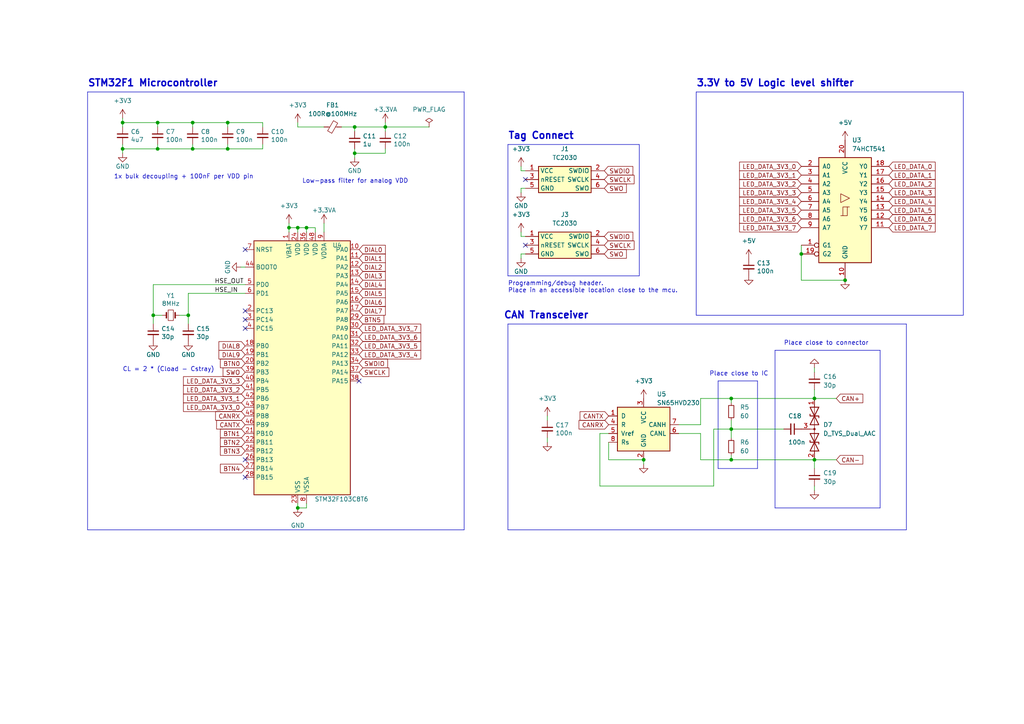
<source format=kicad_sch>
(kicad_sch (version 20230121) (generator eeschema)
  (paper "A4")
  (title_block (title "STM32F103 MICROCONTROLLER"))
  (lib_symbols
    (symbol "74xx:74HCT541" (pin_names (offset 1.016))
      (property "Reference" "U" (at -7.62 16.51 0))
      (property "Value" "74HCT541" (at -7.62 -16.51 0))
      (symbol "74HCT541_1_0"
        (polyline (pts (xy -0.635 -1.6002) (xy -0.635 0.9398) (xy 0.635 0.9398)))
        (polyline (pts (xy -1.27 -1.6002) (xy 0.635 -1.6002) (xy 0.635 0.9398) (xy 1.27 0.9398)))
        (polyline (pts (xy 1.27 3.4798) (xy -1.27 4.7498) (xy -1.27 2.2098) (xy 1.27 3.4798)) (stroke (width 0.1524)))
        (pin input inverted (at -12.7 -10.16 0) (length 5.08) (name "G1") (number "1"))
        (pin power_in line (at 0 -20.32 90) (length 5.08) (name "GND") (number "10"))
        (pin tri_state line (at 12.7 -5.08 180) (length 5.08) (name "Y7") (number "11"))
        (pin tri_state line (at 12.7 -2.54 180) (length 5.08) (name "Y6") (number "12"))
        (pin tri_state line (at 12.7 0 180) (length 5.08) (name "Y5") (number "13"))
        (pin tri_state line (at 12.7 2.54 180) (length 5.08) (name "Y4") (number "14"))
        (pin tri_state line (at 12.7 5.08 180) (length 5.08) (name "Y3") (number "15"))
        (pin tri_state line (at 12.7 7.62 180) (length 5.08) (name "Y2") (number "16"))
        (pin tri_state line (at 12.7 10.16 180) (length 5.08) (name "Y1") (number "17"))
        (pin tri_state line (at 12.7 12.7 180) (length 5.08) (name "Y0") (number "18"))
        (pin input inverted (at -12.7 -12.7 0) (length 5.08) (name "G2") (number "19"))
        (pin input line (at -12.7 12.7 0) (length 5.08) (name "A0") (number "2"))
        (pin power_in line (at 0 20.32 270) (length 5.08) (name "VCC") (number "20"))
        (pin input line (at -12.7 10.16 0) (length 5.08) (name "A1") (number "3"))
        (pin input line (at -12.7 7.62 0) (length 5.08) (name "A2") (number "4"))
        (pin input line (at -12.7 5.08 0) (length 5.08) (name "A3") (number "5"))
        (pin input line (at -12.7 2.54 0) (length 5.08) (name "A4") (number "6"))
        (pin input line (at -12.7 0 0) (length 5.08) (name "A5") (number "7"))
        (pin input line (at -12.7 -2.54 0) (length 5.08) (name "A6") (number "8"))
        (pin input line (at -12.7 -5.08 0) (length 5.08) (name "A7") (number "9"))
      )
      (symbol "74HCT541_1_1"
        (rectangle (start -7.62 15.24) (end 7.62 -15.24) (stroke (width 0.254)) (fill (type background)))
      )
    )
    (symbol "Device:C_Small" (pin_numbers hide) (pin_names (offset 0.254) hide)
      (property "Reference" "C" (at 0.254 1.778 0))
      (property "Value" "C_Small" (at 0.254 -2.032 0))
      (symbol "C_Small_0_1"
        (polyline (pts (xy -1.524 -0.508) (xy 1.524 -0.508)) (stroke (width 0.3302)))
        (polyline (pts (xy -1.524 0.508) (xy 1.524 0.508)) (stroke (width 0.3048)))
      )
      (symbol "C_Small_1_1"
        (pin passive line (at 0 2.54 270) (length 2.032) (name "~") (number "1"))
        (pin passive line (at 0 -2.54 90) (length 2.032) (name "~") (number "2"))
      )
    )
    (symbol "Device:Crystal_Small" (pin_numbers hide) (pin_names (offset 1.016) hide)
      (property "Reference" "Y" (at 0 2.54 0))
      (property "Value" "Crystal_Small" (at 0 -2.54 0))
      (symbol "Crystal_Small_0_1"
        (rectangle (start -0.762 -1.524) (end 0.762 1.524))
        (polyline (pts (xy -1.27 -0.762) (xy -1.27 0.762)) (stroke (width 0.381)))
        (polyline (pts (xy 1.27 -0.762) (xy 1.27 0.762)) (stroke (width 0.381)))
      )
      (symbol "Crystal_Small_1_1"
        (pin passive line (at -2.54 0 0) (length 1.27) (name "1") (number "1"))
        (pin passive line (at 2.54 0 180) (length 1.27) (name "2") (number "2"))
      )
    )
    (symbol "Device:D_TVS_Dual_AAC" (pin_names (offset 1.016) hide)
      (property "Reference" "D" (at 0 4.445 0))
      (property "Value" "D_TVS_Dual_AAC" (at 0 2.54 0))
      (symbol "D_TVS_Dual_AAC_0_0"
        (polyline (pts (xy 0 -1.27) (xy 0 0)))
      )
      (symbol "D_TVS_Dual_AAC_0_1"
        (polyline (pts (xy -6.35 0) (xy 6.35 0)))
        (polyline (pts (xy -3.302 1.27) (xy -3.81 1.27) (xy -3.81 -1.27) (xy -4.318 -1.27)) (stroke (width 0.254)))
        (polyline (pts (xy 4.318 1.27) (xy 3.81 1.27) (xy 3.81 -1.27) (xy 3.302 -1.27)) (stroke (width 0.254)))
        (polyline (pts (xy -6.35 1.27) (xy -1.27 -1.27) (xy -1.27 1.27) (xy -6.35 -1.27) (xy -6.35 1.27)) (stroke (width 0.254)))
        (polyline (pts (xy 6.35 1.27) (xy 1.27 -1.27) (xy 1.27 1.27) (xy 6.35 -1.27) (xy 6.35 1.27)) (stroke (width 0.254)))
        (circle (center 0 0) (radius 0.254) (fill (type outline)))
      )
      (symbol "D_TVS_Dual_AAC_1_1"
        (pin passive line (at -8.89 0 0) (length 2.54) (name "A1") (number "1"))
        (pin passive line (at 8.89 0 180) (length 2.54) (name "A2") (number "2"))
        (pin input line (at 0 -3.81 90) (length 2.54) (name "common") (number "3"))
      )
    )
    (symbol "Device:FerriteBead_Small" (pin_numbers hide) (pin_names (offset 0))
      (property "Reference" "FB" (at 1.905 1.27 0))
      (property "Value" "FerriteBead_Small" (at 1.905 -1.27 0))
      (symbol "FerriteBead_Small_0_1"
        (polyline (pts (xy 0 -1.27) (xy 0 -0.7874)))
        (polyline (pts (xy 0 0.889) (xy 0 1.2954)))
        (polyline (pts (xy -1.8288 0.2794) (xy -1.1176 1.4986) (xy 1.8288 -0.2032) (xy 1.1176 -1.4224) (xy -1.8288 0.2794)))
      )
      (symbol "FerriteBead_Small_1_1"
        (pin passive line (at 0 2.54 270) (length 1.27) (name "~") (number "1"))
        (pin passive line (at 0 -2.54 90) (length 1.27) (name "~") (number "2"))
      )
    )
    (symbol "Device:R_Small" (pin_numbers hide) (pin_names (offset 0.254) hide)
      (property "Reference" "R" (at 0.762 0.508 0))
      (property "Value" "R_Small" (at 0.762 -1.016 0))
      (symbol "R_Small_0_1"
        (rectangle (start -0.762 1.778) (end 0.762 -1.778) (stroke (width 0.2032)))
      )
      (symbol "R_Small_1_1"
        (pin passive line (at 0 2.54 270) (length 0.762) (name "~") (number "1"))
        (pin passive line (at 0 -2.54 90) (length 0.762) (name "~") (number "2"))
      )
    )
    (symbol "Interface_CAN_LIN:SN65HVD230" (pin_names (offset 1.016))
      (property "Reference" "U" (at -2.54 10.16 0))
      (property "Value" "SN65HVD230" (at -2.54 7.62 0))
      (symbol "SN65HVD230_0_1"
        (rectangle (start -7.62 5.08) (end 7.62 -7.62) (stroke (width 0.254)) (fill (type background)))
      )
      (symbol "SN65HVD230_1_1"
        (pin input line (at -10.16 2.54 0) (length 2.54) (name "D") (number "1"))
        (pin power_in line (at 0 -10.16 90) (length 2.54) (name "GND") (number "2"))
        (pin power_in line (at 0 7.62 270) (length 2.54) (name "VCC") (number "3"))
        (pin output line (at -10.16 0 0) (length 2.54) (name "R") (number "4"))
        (pin output line (at -10.16 -2.54 0) (length 2.54) (name "Vref") (number "5"))
        (pin bidirectional line (at 10.16 -2.54 180) (length 2.54) (name "CANL") (number "6"))
        (pin bidirectional line (at 10.16 0 180) (length 2.54) (name "CANH") (number "7"))
        (pin input line (at -10.16 -5.08 0) (length 2.54) (name "Rs") (number "8"))
      )
    )
    (symbol "MCU_ST_STM32F1:STM32F103C8Tx"
      (property "Reference" "U" (at -12.7 39.37 0))
      (property "Value" "STM32F103C8Tx" (at 10.16 39.37 0))
      (symbol "STM32F103C8Tx_0_1"
        (rectangle (start -12.7 -35.56) (end 15.24 38.1) (stroke (width 0.254)) (fill (type background)))
      )
      (symbol "STM32F103C8Tx_1_1"
        (pin power_in line (at -2.54 40.64 270) (length 2.54) (name "VBAT") (number "1"))
        (pin bidirectional line (at 17.78 35.56 180) (length 2.54) (name "PA0") (number "10"))
        (pin bidirectional line (at 17.78 33.02 180) (length 2.54) (name "PA1") (number "11"))
        (pin bidirectional line (at 17.78 30.48 180) (length 2.54) (name "PA2") (number "12"))
        (pin bidirectional line (at 17.78 27.94 180) (length 2.54) (name "PA3") (number "13"))
        (pin bidirectional line (at 17.78 25.4 180) (length 2.54) (name "PA4") (number "14"))
        (pin bidirectional line (at 17.78 22.86 180) (length 2.54) (name "PA5") (number "15"))
        (pin bidirectional line (at 17.78 20.32 180) (length 2.54) (name "PA6") (number "16"))
        (pin bidirectional line (at 17.78 17.78 180) (length 2.54) (name "PA7") (number "17"))
        (pin bidirectional line (at -15.24 7.62 0) (length 2.54) (name "PB0") (number "18"))
        (pin bidirectional line (at -15.24 5.08 0) (length 2.54) (name "PB1") (number "19"))
        (pin bidirectional line (at -15.24 17.78 0) (length 2.54) (name "PC13") (number "2"))
        (pin bidirectional line (at -15.24 2.54 0) (length 2.54) (name "PB2") (number "20"))
        (pin bidirectional line (at -15.24 -17.78 0) (length 2.54) (name "PB10") (number "21"))
        (pin bidirectional line (at -15.24 -20.32 0) (length 2.54) (name "PB11") (number "22"))
        (pin power_in line (at 0 -38.1 90) (length 2.54) (name "VSS") (number "23"))
        (pin power_in line (at 0 40.64 270) (length 2.54) (name "VDD") (number "24"))
        (pin bidirectional line (at -15.24 -22.86 0) (length 2.54) (name "PB12") (number "25"))
        (pin bidirectional line (at -15.24 -25.4 0) (length 2.54) (name "PB13") (number "26"))
        (pin bidirectional line (at -15.24 -27.94 0) (length 2.54) (name "PB14") (number "27"))
        (pin bidirectional line (at -15.24 -30.48 0) (length 2.54) (name "PB15") (number "28"))
        (pin bidirectional line (at 17.78 15.24 180) (length 2.54) (name "PA8") (number "29"))
        (pin bidirectional line (at -15.24 15.24 0) (length 2.54) (name "PC14") (number "3"))
        (pin bidirectional line (at 17.78 12.7 180) (length 2.54) (name "PA9") (number "30"))
        (pin bidirectional line (at 17.78 10.16 180) (length 2.54) (name "PA10") (number "31"))
        (pin bidirectional line (at 17.78 7.62 180) (length 2.54) (name "PA11") (number "32"))
        (pin bidirectional line (at 17.78 5.08 180) (length 2.54) (name "PA12") (number "33"))
        (pin bidirectional line (at 17.78 2.54 180) (length 2.54) (name "PA13") (number "34"))
        (pin passive line (at 0 -38.1 90) (length 2.54) hide (name "VSS") (number "35"))
        (pin power_in line (at 2.54 40.64 270) (length 2.54) (name "VDD") (number "36"))
        (pin bidirectional line (at 17.78 0 180) (length 2.54) (name "PA14") (number "37"))
        (pin bidirectional line (at 17.78 -2.54 180) (length 2.54) (name "PA15") (number "38"))
        (pin bidirectional line (at -15.24 0 0) (length 2.54) (name "PB3") (number "39"))
        (pin bidirectional line (at -15.24 12.7 0) (length 2.54) (name "PC15") (number "4"))
        (pin bidirectional line (at -15.24 -2.54 0) (length 2.54) (name "PB4") (number "40"))
        (pin bidirectional line (at -15.24 -5.08 0) (length 2.54) (name "PB5") (number "41"))
        (pin bidirectional line (at -15.24 -7.62 0) (length 2.54) (name "PB6") (number "42"))
        (pin bidirectional line (at -15.24 -10.16 0) (length 2.54) (name "PB7") (number "43"))
        (pin input line (at -15.24 30.48 0) (length 2.54) (name "BOOT0") (number "44"))
        (pin bidirectional line (at -15.24 -12.7 0) (length 2.54) (name "PB8") (number "45"))
        (pin bidirectional line (at -15.24 -15.24 0) (length 2.54) (name "PB9") (number "46"))
        (pin passive line (at 0 -38.1 90) (length 2.54) hide (name "VSS") (number "47"))
        (pin power_in line (at 5.08 40.64 270) (length 2.54) (name "VDD") (number "48"))
        (pin bidirectional line (at -15.24 25.4 0) (length 2.54) (name "PD0") (number "5"))
        (pin bidirectional line (at -15.24 22.86 0) (length 2.54) (name "PD1") (number "6"))
        (pin input line (at -15.24 35.56 0) (length 2.54) (name "NRST") (number "7"))
        (pin power_in line (at 2.54 -38.1 90) (length 2.54) (name "VSSA") (number "8"))
        (pin power_in line (at 7.62 40.64 270) (length 2.54) (name "VDDA") (number "9"))
      )
    )
    (symbol "TC2030:TC2030" (in_bom no)
      (property "Reference" "J" (at 0 5.08 0))
      (property "Value" "TC2030" (at 0 -5.08 0))
      (symbol "TC2030_1_1"
        (rectangle (start -7.62 3.81) (end 7.62 -3.81) (stroke (width 0.254)) (fill (type background)))
        (pin passive line (at -11.43 2.54 0) (length 3.81) (name "VCC") (number "1"))
        (pin passive line (at 11.43 2.54 180) (length 3.81) (name "SWDIO") (number "2"))
        (pin passive line (at -11.43 0 0) (length 3.81) (name "nRESET") (number "3"))
        (pin passive line (at 11.43 0 180) (length 3.81) (name "SWCLK") (number "4"))
        (pin passive line (at -11.43 -2.54 0) (length 3.81) (name "GND") (number "5"))
        (pin passive line (at 11.43 -2.54 180) (length 3.81) (name "SWO") (number "6"))
      )
    )
    (symbol "power:+3.3VA" (power) (pin_names (offset 0))
      (property "Value" "+3.3VA" (at 0 3.556 0))
      (symbol "+3.3VA_0_1"
        (polyline (pts (xy -0.762 1.27) (xy 0 2.54)))
        (polyline (pts (xy 0 0) (xy 0 2.54)))
        (polyline (pts (xy 0 2.54) (xy 0.762 1.27)))
      )
      (symbol "+3.3VA_1_1"
        (pin power_in line (at 0 0 90) (length 0) hide (name "+3.3VA") (number "1"))
      )
    )
    (symbol "power:+3V3" (power) (pin_names (offset 0))
      (property "Value" "+3V3" (at 0 3.556 0))
      (symbol "+3V3_0_1"
        (polyline (pts (xy -0.762 1.27) (xy 0 2.54)))
        (polyline (pts (xy 0 0) (xy 0 2.54)))
        (polyline (pts (xy 0 2.54) (xy 0.762 1.27)))
      )
      (symbol "+3V3_1_1"
        (pin power_in line (at 0 0 90) (length 0) hide (name "+3V3") (number "1"))
      )
    )
    (symbol "power:+5V" (power) (pin_names (offset 0))
      (property "Value" "+5V" (at 0 3.556 0))
      (symbol "+5V_0_1"
        (polyline (pts (xy -0.762 1.27) (xy 0 2.54)))
        (polyline (pts (xy 0 0) (xy 0 2.54)))
        (polyline (pts (xy 0 2.54) (xy 0.762 1.27)))
      )
      (symbol "+5V_1_1"
        (pin power_in line (at 0 0 90) (length 0) hide (name "+5V") (number "1"))
      )
    )
    (symbol "power:GND" (power) (pin_names (offset 0))
      (property "Value" "GND" (at 0 -3.81 0))
      (symbol "GND_0_1"
        (polyline (pts (xy 0 0) (xy 0 -1.27) (xy 1.27 -1.27) (xy 0 -2.54) (xy -1.27 -1.27) (xy 0 -1.27)))
      )
      (symbol "GND_1_1"
        (pin power_in line (at 0 0 270) (length 0) hide (name "GND") (number "1"))
      )
    )
    (symbol "power:PWR_FLAG" (power) (pin_numbers hide) (pin_names (offset 0) hide)
      (property "Value" "PWR_FLAG" (at 0 3.81 0))
      (symbol "PWR_FLAG_0_0"
        (pin power_out line (at 0 0 90) (length 0) (name "pwr") (number "1"))
      )
      (symbol "PWR_FLAG_0_1"
        (polyline (pts (xy 0 0) (xy 0 1.27) (xy -1.016 1.905) (xy 0 2.54) (xy 1.016 1.905) (xy 0 1.27)))
      )
    )
  )
  (junction (at 212.09 115.57))
  (junction (at 102.87 36.83))
  (junction (at 83.82 66.04))
  (junction (at 212.09 133.35))
  (junction (at 236.22 133.35))
  (junction (at 35.56 35.56))
  (junction (at 88.9 66.04))
  (junction (at 45.72 43.18))
  (junction (at 236.22 115.57))
  (junction (at 102.87 44.45))
  (junction (at 212.09 124.46))
  (junction (at 55.88 43.18))
  (junction (at 86.36 147.32))
  (junction (at 35.56 43.18))
  (junction (at 111.76 36.83))
  (junction (at 55.88 35.56))
  (junction (at 54.61 91.44))
  (junction (at 232.41 73.66))
  (junction (at 186.69 133.35))
  (junction (at 66.04 35.56))
  (junction (at 44.45 91.44))
  (junction (at 245.11 81.28))
  (junction (at 66.04 43.18))
  (junction (at 45.72 35.56))
  (junction (at 86.36 66.04))
  (no_connect (at 152.4 71.12))
  (no_connect (at 71.12 92.71))
  (no_connect (at 71.12 90.17))
  (no_connect (at 152.4 52.07))
  (no_connect (at 71.12 138.43))
  (no_connect (at 71.12 72.39))
  (no_connect (at 104.14 110.49))
  (no_connect (at 71.12 133.35))
  (no_connect (at 71.12 95.25))
  (polyline (pts (xy 147.32 93.98) (xy 147.32 153.67)))
  (wire (pts (xy 212.09 115.57) (xy 212.09 116.84)))
  (wire (pts (xy 86.36 36.83) (xy 93.98 36.83)))
  (wire (pts (xy 176.53 125.73) (xy 173.99 125.73)))
  (wire (pts (xy 76.2 41.91) (xy 76.2 43.18)))
  (wire (pts (xy 173.99 140.97) (xy 207.01 140.97)))
  (wire (pts (xy 35.56 41.91) (xy 35.56 43.18)))
  (wire (pts (xy 71.12 77.47) (xy 69.85 77.47)))
  (wire (pts (xy 242.57 115.57) (xy 236.22 115.57)))
  (polyline (pts (xy 147.32 41.91) (xy 185.42 41.91)))
  (wire (pts (xy 91.44 66.04) (xy 91.44 67.31)))
  (wire (pts (xy 55.88 43.18) (xy 66.04 43.18)))
  (polyline (pts (xy 262.89 153.67) (xy 262.89 93.98)))
  (wire (pts (xy 54.61 91.44) (xy 54.61 85.09)))
  (wire (pts (xy 111.76 44.45) (xy 111.76 43.18)))
  (wire (pts (xy 55.88 35.56) (xy 45.72 35.56)))
  (wire (pts (xy 236.22 140.97) (xy 236.22 142.24)))
  (polyline (pts (xy 279.4 91.44) (xy 279.4 26.67)))
  (wire (pts (xy 212.09 115.57) (xy 236.22 115.57)))
  (wire (pts (xy 44.45 82.55) (xy 44.45 91.44)))
  (wire (pts (xy 186.69 134.62) (xy 186.69 133.35)))
  (wire (pts (xy 45.72 35.56) (xy 45.72 36.83)))
  (wire (pts (xy 203.2 123.19) (xy 203.2 115.57)))
  (wire (pts (xy 158.75 120.65) (xy 158.75 121.92)))
  (wire (pts (xy 111.76 38.1) (xy 111.76 36.83)))
  (wire (pts (xy 86.36 35.56) (xy 86.36 36.83)))
  (wire (pts (xy 158.75 127) (xy 158.75 128.27)))
  (polyline (pts (xy 147.32 153.67) (xy 262.89 153.67)))
  (wire (pts (xy 76.2 36.83) (xy 76.2 35.56)))
  (wire (pts (xy 66.04 41.91) (xy 66.04 43.18)))
  (wire (pts (xy 102.87 38.1) (xy 102.87 36.83)))
  (wire (pts (xy 232.41 71.12) (xy 232.41 73.66)))
  (wire (pts (xy 88.9 67.31) (xy 88.9 66.04)))
  (wire (pts (xy 76.2 35.56) (xy 66.04 35.56)))
  (wire (pts (xy 242.57 133.35) (xy 236.22 133.35)))
  (wire (pts (xy 196.85 123.19) (xy 203.2 123.19)))
  (wire (pts (xy 151.13 68.58) (xy 151.13 67.31)))
  (wire (pts (xy 99.06 36.83) (xy 102.87 36.83)))
  (wire (pts (xy 45.72 43.18) (xy 45.72 41.91)))
  (wire (pts (xy 54.61 85.09) (xy 71.12 85.09)))
  (wire (pts (xy 71.12 82.55) (xy 44.45 82.55)))
  (wire (pts (xy 45.72 43.18) (xy 55.88 43.18)))
  (wire (pts (xy 66.04 36.83) (xy 66.04 35.56)))
  (polyline (pts (xy 255.27 101.6) (xy 255.27 147.32)))
  (wire (pts (xy 111.76 35.56) (xy 111.76 36.83)))
  (wire (pts (xy 203.2 115.57) (xy 212.09 115.57)))
  (wire (pts (xy 86.36 147.32) (xy 88.9 147.32)))
  (wire (pts (xy 203.2 125.73) (xy 203.2 133.35)))
  (wire (pts (xy 212.09 121.92) (xy 212.09 124.46)))
  (wire (pts (xy 152.4 68.58) (xy 151.13 68.58)))
  (wire (pts (xy 88.9 66.04) (xy 91.44 66.04)))
  (wire (pts (xy 66.04 43.18) (xy 76.2 43.18)))
  (polyline (pts (xy 201.93 26.67) (xy 279.4 26.67)))
  (wire (pts (xy 55.88 41.91) (xy 55.88 43.18)))
  (wire (pts (xy 86.36 66.04) (xy 88.9 66.04)))
  (wire (pts (xy 151.13 49.53) (xy 151.13 48.26)))
  (wire (pts (xy 236.22 115.57) (xy 236.22 113.03)))
  (polyline (pts (xy 219.71 110.49) (xy 219.71 135.89)))
  (wire (pts (xy 102.87 44.45) (xy 111.76 44.45)))
  (wire (pts (xy 236.22 133.35) (xy 236.22 135.89)))
  (wire (pts (xy 52.07 91.44) (xy 54.61 91.44)))
  (polyline (pts (xy 25.4 153.67) (xy 134.62 153.67)))
  (polyline (pts (xy 201.93 26.67) (xy 201.93 91.44)))
  (wire (pts (xy 88.9 147.32) (xy 88.9 146.05)))
  (polyline (pts (xy 147.32 93.98) (xy 262.89 93.98)))
  (polyline (pts (xy 25.4 26.67) (xy 25.4 153.67)))
  (wire (pts (xy 236.22 107.95) (xy 236.22 106.68)))
  (wire (pts (xy 212.09 133.35) (xy 236.22 133.35)))
  (wire (pts (xy 35.56 43.18) (xy 45.72 43.18)))
  (wire (pts (xy 207.01 124.46) (xy 212.09 124.46)))
  (polyline (pts (xy 208.28 110.49) (xy 219.71 110.49)))
  (wire (pts (xy 44.45 93.98) (xy 44.45 91.44)))
  (polyline (pts (xy 134.62 153.67) (xy 134.62 26.67)))
  (wire (pts (xy 83.82 66.04) (xy 83.82 67.31)))
  (wire (pts (xy 151.13 73.66) (xy 152.4 73.66)))
  (polyline (pts (xy 224.79 101.6) (xy 224.79 147.32)))
  (wire (pts (xy 173.99 125.73) (xy 173.99 140.97)))
  (wire (pts (xy 86.36 67.31) (xy 86.36 66.04)))
  (polyline (pts (xy 147.32 80.01) (xy 185.42 80.01)))
  (wire (pts (xy 35.56 34.29) (xy 35.56 35.56)))
  (wire (pts (xy 196.85 125.73) (xy 203.2 125.73)))
  (wire (pts (xy 151.13 55.88) (xy 151.13 54.61)))
  (wire (pts (xy 35.56 43.18) (xy 35.56 44.45)))
  (wire (pts (xy 111.76 36.83) (xy 102.87 36.83)))
  (wire (pts (xy 151.13 74.93) (xy 151.13 73.66)))
  (wire (pts (xy 152.4 49.53) (xy 151.13 49.53)))
  (polyline (pts (xy 219.71 135.89) (xy 208.28 135.89)))
  (polyline (pts (xy 185.42 41.91) (xy 185.42 80.01)))
  (wire (pts (xy 212.09 132.08) (xy 212.09 133.35)))
  (wire (pts (xy 66.04 35.56) (xy 55.88 35.56)))
  (wire (pts (xy 83.82 64.77) (xy 83.82 66.04)))
  (wire (pts (xy 86.36 146.05) (xy 86.36 147.32)))
  (polyline (pts (xy 134.62 26.67) (xy 25.4 26.67)))
  (wire (pts (xy 151.13 54.61) (xy 152.4 54.61)))
  (wire (pts (xy 176.53 128.27) (xy 176.53 133.35)))
  (wire (pts (xy 203.2 133.35) (xy 212.09 133.35)))
  (wire (pts (xy 102.87 43.18) (xy 102.87 44.45)))
  (wire (pts (xy 212.09 124.46) (xy 212.09 127)))
  (wire (pts (xy 111.76 36.83) (xy 124.46 36.83)))
  (wire (pts (xy 55.88 36.83) (xy 55.88 35.56)))
  (wire (pts (xy 207.01 124.46) (xy 207.01 140.97)))
  (polyline (pts (xy 224.79 101.6) (xy 255.27 101.6)))
  (wire (pts (xy 44.45 91.44) (xy 46.99 91.44)))
  (polyline (pts (xy 208.28 110.49) (xy 208.28 135.89)))
  (polyline (pts (xy 147.32 80.01) (xy 147.32 41.91)))
  (wire (pts (xy 83.82 66.04) (xy 86.36 66.04)))
  (wire (pts (xy 35.56 35.56) (xy 35.56 36.83)))
  (polyline (pts (xy 255.27 147.32) (xy 224.79 147.32)))
  (wire (pts (xy 54.61 93.98) (xy 54.61 91.44)))
  (wire (pts (xy 102.87 45.72) (xy 102.87 44.45)))
  (wire (pts (xy 93.98 64.77) (xy 93.98 67.31)))
  (wire (pts (xy 176.53 133.35) (xy 186.69 133.35)))
  (wire (pts (xy 45.72 35.56) (xy 35.56 35.56)))
  (wire (pts (xy 232.41 81.28) (xy 245.11 81.28)))
  (wire (pts (xy 232.41 73.66) (xy 232.41 81.28)))
  (wire (pts (xy 212.09 124.46) (xy 227.33 124.46)))
  (polyline (pts (xy 201.93 91.44) (xy 279.4 91.44)))
  (text "3.3V to 5V Logic level shifter" (at 201.93 25.4 0) (effects (font (size 2.0066 2.0066) (thickness 0.4013) bold) (justify left bottom)))
  (text "Tag Connect" (at 147.32 40.64 0) (effects (font (size 2.0066 2.0066) (thickness 0.4013) bold) (justify left bottom)))
  (text "Low-pass filter for analog VDD" (at 87.63 53.34 0) (effects (font (size 1.27 1.27)) (justify left bottom)))
  (text "Programming/debug header.\nPlace in an accessible location close to the mcu." (at 147.32 85.09 0) (effects (font (size 1.27 1.27)) (justify left bottom)))
  (text "CAN Transceiver" (at 146.05 92.71 0) (effects (font (size 2.0066 2.0066) (thickness 0.4013) bold) (justify left bottom)))
  (text "Place close to connector" (at 227.33 100.33 0) (effects (font (size 1.27 1.27)) (justify left bottom)))
  (text "1x bulk decoupling + 100nF per VDD pin" (at 33.02 52.07 0) (effects (font (size 1.27 1.27)) (justify left bottom)))
  (text "STM32F1 Microcontroller" (at 25.4 25.4 0) (effects (font (size 2.0066 2.0066) (thickness 0.4013) bold) (justify left bottom)))
  (text "Place close to IC" (at 205.74 109.22 0) (effects (font (size 1.27 1.27)) (justify left bottom)))
  (text "CL = 2 * (Cload - Cstray)" (at 35.56 107.95 0) (effects (font (size 1.27 1.27)) (justify left bottom)))
  (label "HSE_IN" (at 62.23 85.09 0))
  (label "HSE_OUT" (at 62.23 82.55 0))
  (global_label "CANTX" (shape input) (at 71.12 123.19 180) (property "Intersheetrefs" "${INTERSHEET_REFS}" (effects hide)))
  (global_label "LED_DATA_3V3_0" (shape input) (at 232.41 48.26 180) (property "Intersheetrefs" "${INTERSHEET_REFS}" (effects hide)))
  (global_label "DIAL2" (shape input) (at 104.14 77.47 0) (property "Intersheetrefs" "${INTERSHEET_REFS}" (effects hide)))
  (global_label "DIAL6" (shape input) (at 104.14 87.63 0) (property "Intersheetrefs" "${INTERSHEET_REFS}" (effects hide)))
  (global_label "LED_DATA_5" (shape input) (at 257.81 60.96 0) (property "Intersheetrefs" "${INTERSHEET_REFS}" (effects hide)))
  (global_label "CANTX" (shape input) (at 176.53 120.65 180) (property "Intersheetrefs" "${INTERSHEET_REFS}" (effects hide)))
  (global_label "DIAL0" (shape input) (at 104.14 72.39 0) (property "Intersheetrefs" "${INTERSHEET_REFS}" (effects hide)))
  (global_label "LED_DATA_3V3_7" (shape input) (at 104.14 95.25 0) (property "Intersheetrefs" "${INTERSHEET_REFS}" (effects hide)))
  (global_label "DIAL7" (shape input) (at 104.14 90.17 0) (property "Intersheetrefs" "${INTERSHEET_REFS}" (effects hide)))
  (global_label "BTN3" (shape input) (at 71.12 130.81 180) (property "Intersheetrefs" "${INTERSHEET_REFS}" (effects hide)))
  (global_label "LED_DATA_3V3_3" (shape input) (at 71.12 110.49 180) (property "Intersheetrefs" "${INTERSHEET_REFS}" (effects hide)))
  (global_label "DIAL4" (shape input) (at 104.14 82.55 0) (property "Intersheetrefs" "${INTERSHEET_REFS}" (effects hide)))
  (global_label "CANRX" (shape input) (at 176.53 123.19 180) (property "Intersheetrefs" "${INTERSHEET_REFS}" (effects hide)))
  (global_label "LED_DATA_3V3_1" (shape input) (at 232.41 50.8 180) (property "Intersheetrefs" "${INTERSHEET_REFS}" (effects hide)))
  (global_label "DIAL5" (shape input) (at 104.14 85.09 0) (property "Intersheetrefs" "${INTERSHEET_REFS}" (effects hide)))
  (global_label "LED_DATA_3V3_7" (shape input) (at 232.41 66.04 180) (property "Intersheetrefs" "${INTERSHEET_REFS}" (effects hide)))
  (global_label "CAN-" (shape input) (at 242.57 133.35 0) (property "Intersheetrefs" "${INTERSHEET_REFS}" (effects hide)))
  (global_label "SWCLK" (shape input) (at 175.26 52.07 0) (property "Intersheetrefs" "${INTERSHEET_REFS}" (effects hide)))
  (global_label "BTN1" (shape input) (at 71.12 125.73 180) (property "Intersheetrefs" "${INTERSHEET_REFS}" (effects hide)))
  (global_label "SWCLK" (shape input) (at 175.26 71.12 0) (property "Intersheetrefs" "${INTERSHEET_REFS}" (effects hide)))
  (global_label "DIAL8" (shape input) (at 71.12 100.33 180) (property "Intersheetrefs" "${INTERSHEET_REFS}" (effects hide)))
  (global_label "BTN2" (shape input) (at 71.12 128.27 180) (property "Intersheetrefs" "${INTERSHEET_REFS}" (effects hide)))
  (global_label "SWCLK" (shape input) (at 104.14 107.95 0) (property "Intersheetrefs" "${INTERSHEET_REFS}" (effects hide)))
  (global_label "LED_DATA_4" (shape input) (at 257.81 58.42 0) (property "Intersheetrefs" "${INTERSHEET_REFS}" (effects hide)))
  (global_label "SWDIO" (shape input) (at 104.14 105.41 0) (property "Intersheetrefs" "${INTERSHEET_REFS}" (effects hide)))
  (global_label "BTN0" (shape input) (at 71.12 105.41 180) (property "Intersheetrefs" "${INTERSHEET_REFS}" (effects hide)))
  (global_label "LED_DATA_7" (shape input) (at 257.81 66.04 0) (property "Intersheetrefs" "${INTERSHEET_REFS}" (effects hide)))
  (global_label "LED_DATA_3V3_3" (shape input) (at 232.41 55.88 180) (property "Intersheetrefs" "${INTERSHEET_REFS}" (effects hide)))
  (global_label "LED_DATA_3V3_0" (shape input) (at 71.12 118.11 180) (property "Intersheetrefs" "${INTERSHEET_REFS}" (effects hide)))
  (global_label "DIAL1" (shape input) (at 104.14 74.93 0) (property "Intersheetrefs" "${INTERSHEET_REFS}" (effects hide)))
  (global_label "LED_DATA_6" (shape input) (at 257.81 63.5 0) (property "Intersheetrefs" "${INTERSHEET_REFS}" (effects hide)))
  (global_label "LED_DATA_0" (shape input) (at 257.81 48.26 0) (property "Intersheetrefs" "${INTERSHEET_REFS}" (effects hide)))
  (global_label "SWDIO" (shape input) (at 175.26 49.53 0) (property "Intersheetrefs" "${INTERSHEET_REFS}" (effects hide)))
  (global_label "LED_DATA_3V3_2" (shape input) (at 232.41 53.34 180) (property "Intersheetrefs" "${INTERSHEET_REFS}" (effects hide)))
  (global_label "LED_DATA_3V3_5" (shape input) (at 104.14 100.33 0) (property "Intersheetrefs" "${INTERSHEET_REFS}" (effects hide)))
  (global_label "DIAL3" (shape input) (at 104.14 80.01 0) (property "Intersheetrefs" "${INTERSHEET_REFS}" (effects hide)))
  (global_label "LED_DATA_3V3_5" (shape input) (at 232.41 60.96 180) (property "Intersheetrefs" "${INTERSHEET_REFS}" (effects hide)))
  (global_label "SWO" (shape input) (at 71.12 107.95 180) (property "Intersheetrefs" "${INTERSHEET_REFS}" (effects hide)))
  (global_label "LED_DATA_3V3_4" (shape input) (at 232.41 58.42 180) (property "Intersheetrefs" "${INTERSHEET_REFS}" (effects hide)))
  (global_label "LED_DATA_3V3_6" (shape input) (at 104.14 97.79 0) (property "Intersheetrefs" "${INTERSHEET_REFS}" (effects hide)))
  (global_label "SWO" (shape input) (at 175.26 54.61 0) (property "Intersheetrefs" "${INTERSHEET_REFS}" (effects hide)))
  (global_label "CANRX" (shape input) (at 71.12 120.65 180) (property "Intersheetrefs" "${INTERSHEET_REFS}" (effects hide)))
  (global_label "LED_DATA_3V3_1" (shape input) (at 71.12 115.57 180) (property "Intersheetrefs" "${INTERSHEET_REFS}" (effects hide)))
  (global_label "LED_DATA_3V3_4" (shape input) (at 104.14 102.87 0) (property "Intersheetrefs" "${INTERSHEET_REFS}" (effects hide)))
  (global_label "BTN5" (shape input) (at 104.14 92.71 0) (property "Intersheetrefs" "${INTERSHEET_REFS}" (effects hide)))
  (global_label "SWDIO" (shape input) (at 175.26 68.58 0) (property "Intersheetrefs" "${INTERSHEET_REFS}" (effects hide)))
  (global_label "DIAL9" (shape input) (at 71.12 102.87 180) (property "Intersheetrefs" "${INTERSHEET_REFS}" (effects hide)))
  (global_label "BTN4" (shape input) (at 71.12 135.89 180) (property "Intersheetrefs" "${INTERSHEET_REFS}" (effects hide)))
  (global_label "LED_DATA_3V3_6" (shape input) (at 232.41 63.5 180) (property "Intersheetrefs" "${INTERSHEET_REFS}" (effects hide)))
  (global_label "CAN+" (shape input) (at 242.57 115.57 0) (property "Intersheetrefs" "${INTERSHEET_REFS}" (effects hide)))
  (global_label "SWO" (shape input) (at 175.26 73.66 0) (property "Intersheetrefs" "${INTERSHEET_REFS}" (effects hide)))
  (global_label "LED_DATA_1" (shape input) (at 257.81 50.8 0) (property "Intersheetrefs" "${INTERSHEET_REFS}" (effects hide)))
  (global_label "LED_DATA_3V3_2" (shape input) (at 71.12 113.03 180) (property "Intersheetrefs" "${INTERSHEET_REFS}" (effects hide)))
  (global_label "LED_DATA_2" (shape input) (at 257.81 53.34 0) (property "Intersheetrefs" "${INTERSHEET_REFS}" (effects hide)))
  (global_label "LED_DATA_3" (shape input) (at 257.81 55.88 0) (property "Intersheetrefs" "${INTERSHEET_REFS}" (effects hide)))
  (symbol (lib_id "Interface_CAN_LIN:SN65HVD230") (at 186.69 123.19 0) (unit 1)
    (property "Reference" "U5" (at 190.5 114.3 0) (effects (justify left)))
    (property "Value" "SN65HVD230" (at 190.5 116.84 0) (effects (justify left)))
    (property "Footprint" "Package_SO:SOIC-8_3.9x4.9mm_P1.27mm" (effects hide))
    (property "Datasheet" "http://www.ti.com/lit/ds/symlink/sn65hvd230.pdf" (effects hide))
    (property "LCSC" "C12084" (effects hide))
  )
  (symbol (lib_id "Device:C_Small") (at 44.45 96.52 0) (unit 1)
    (property "Reference" "C14" (at 46.7868 95.3516 0) (effects (justify left)))
    (property "Value" "30p" (at 46.7868 97.663 0) (effects (justify left)))
    (property "Footprint" "Capacitor_SMD:C_0402_1005Metric" (effects hide))
    (property "LCSC" "C1570" (effects hide))
  )
  (symbol (lib_id "Device:D_TVS_Dual_AAC") (at 236.22 124.46 270) (unit 1)
    (property "Reference" "D7" (at 238.76 123.1899 90) (effects (justify left)))
    (property "Value" "D_TVS_Dual_AAC" (at 238.76 125.7299 90) (effects (justify left)))
    (property "Footprint" "Package_TO_SOT_SMD:SOT-323_SC-70" (effects hide))
    (property "LCSC" "C151237" (effects hide))
  )
  (symbol (lib_id "Device:C_Small") (at 102.87 40.64 0) (unit 1)
    (property "Reference" "C11" (at 105.2068 39.4716 0) (effects (justify left)))
    (property "Value" "1u" (at 105.2068 41.783 0) (effects (justify left)))
    (property "Footprint" "Capacitor_SMD:C_0603_1608Metric" (effects hide))
    (property "LCSC" "C15849" (effects hide))
  )
  (symbol (lib_id "Device:C_Small") (at 66.04 39.37 0) (unit 1)
    (property "Reference" "C9" (at 68.3768 38.2016 0) (effects (justify left)))
    (property "Value" "100n" (at 68.3768 40.513 0) (effects (justify left)))
    (property "Footprint" "Capacitor_SMD:C_0402_1005Metric" (effects hide))
    (property "LCSC" "C307331" (effects hide))
  )
  (symbol (lib_id "power:GND") (at 102.87 45.72 0) (unit 1)
    (property "Reference" "#PWR023" (effects hide))
    (property "Value" "GND" (at 102.87 49.53 0))
  )
  (symbol (lib_id "power:+3V3") (at 158.75 120.65 0) (unit 1)
    (property "Reference" "#PWR036" (effects hide))
    (property "Value" "+3V3" (at 158.75 115.57 0))
  )
  (symbol (lib_id "power:GND") (at 44.45 99.06 0) (unit 1)
    (property "Reference" "#PWR032" (effects hide))
    (property "Value" "GND" (at 44.45 102.87 0))
  )
  (symbol (lib_id "power:+5V") (at 217.17 74.93 0) (unit 1)
    (property "Reference" "#PWR028" (effects hide))
    (property "Value" "+5V" (at 217.17 69.85 0))
  )
  (symbol (lib_id "power:+3.3VA") (at 93.98 64.77 0) (unit 1)
    (property "Reference" "#PWR027" (effects hide))
    (property "Value" "+3.3VA" (at 93.98 60.96 0))
  )
  (symbol (lib_id "power:+3V3") (at 186.69 115.57 0) (unit 1)
    (property "Reference" "#PWR035" (effects hide))
    (property "Value" "+3V3" (at 186.69 110.49 0))
  )
  (symbol (lib_id "Device:C_Small") (at 229.87 124.46 270) (unit 1)
    (property "Reference" "C18" (at 228.6 120.65 90) (effects (justify left)))
    (property "Value" "100n" (at 228.6 128.27 90) (effects (justify left)))
    (property "Footprint" "Capacitor_SMD:C_0402_1005Metric" (effects hide))
    (property "LCSC" "C307331" (effects hide))
  )
  (symbol (lib_id "power:GND") (at 54.61 99.06 0) (unit 1)
    (property "Reference" "#PWR033" (effects hide))
    (property "Value" "GND" (at 54.61 102.87 0))
  )
  (symbol (lib_id "power:+3V3") (at 151.13 67.31 0) (unit 1)
    (property "Reference" "#PWR013" (effects hide))
    (property "Value" "+3V3" (at 151.13 62.23 0))
  )
  (symbol (lib_id "Device:C_Small") (at 217.17 77.47 0) (unit 1)
    (property "Reference" "C13" (at 219.5068 76.3016 0) (effects (justify left)))
    (property "Value" "100n" (at 219.5068 78.613 0) (effects (justify left)))
    (property "Footprint" "Capacitor_SMD:C_0402_1005Metric" (effects hide))
    (property "LCSC" "C307331" (effects hide))
  )
  (symbol (lib_id "power:GND") (at 236.22 106.68 0) (mirror x) (unit 1)
    (property "Reference" "#PWR034" (effects hide))
    (property "Value" "GND" (effects hide))
  )
  (symbol (lib_id "Device:C_Small") (at 76.2 39.37 0) (unit 1)
    (property "Reference" "C10" (at 78.5368 38.2016 0) (effects (justify left)))
    (property "Value" "100n" (at 78.5368 40.513 0) (effects (justify left)))
    (property "Footprint" "Capacitor_SMD:C_0402_1005Metric" (effects hide))
    (property "LCSC" "C307331" (effects hide))
  )
  (symbol (lib_id "Device:R_Small") (at 212.09 119.38 0) (unit 1)
    (property "Reference" "R5" (at 214.63 118.1099 0) (effects (justify left)))
    (property "Value" "60" (at 214.63 120.6499 0) (effects (justify left)))
    (property "Footprint" "Resistor_SMD:R_0805_2012Metric" (effects hide))
    (property "LCSC" "C441730" (effects hide))
  )
  (symbol (lib_id "power:PWR_FLAG") (at 124.46 36.83 0) (unit 1)
    (property "Reference" "#FLG01" (effects hide))
    (property "Value" "PWR_FLAG" (at 124.46 31.75 0))
  )
  (symbol (lib_id "power:GND") (at 245.11 81.28 0) (unit 1)
    (property "Reference" "#PWR031" (effects hide))
    (property "Value" "GND" (effects hide))
  )
  (symbol (lib_id "power:+3V3") (at 86.36 35.56 0) (unit 1)
    (property "Reference" "#PWR019" (effects hide))
    (property "Value" "+3V3" (at 86.36 30.48 0))
  )
  (symbol (lib_id "power:GND") (at 236.22 142.24 0) (unit 1)
    (property "Reference" "#PWR039" (effects hide))
    (property "Value" "GND" (effects hide))
  )
  (symbol (lib_id "74xx:74HCT541") (at 245.11 60.96 0) (unit 1)
    (property "Reference" "U3" (at 247.1294 40.64 0) (effects (justify left)))
    (property "Value" "74HCT541" (at 247.1294 43.18 0) (effects (justify left)))
    (property "Footprint" "Package_SO:SSOP-20_4.4x6.5mm_P0.65mm" (effects hide))
    (property "Datasheet" "http://www.ti.com/lit/gpn/sn74HCT541" (effects hide))
    (property "LCSC" "C6758" (effects hide))
  )
  (symbol (lib_id "power:+3V3") (at 35.56 34.29 0) (unit 1)
    (property "Reference" "#PWR018" (effects hide))
    (property "Value" "+3V3" (at 35.56 29.21 0))
  )
  (symbol (lib_id "power:+3.3VA") (at 111.76 35.56 0) (unit 1)
    (property "Reference" "#PWR020" (effects hide))
    (property "Value" "+3.3VA" (at 111.76 31.75 0))
  )
  (symbol (lib_id "power:+3V3") (at 83.82 64.77 0) (unit 1)
    (property "Reference" "#PWR026" (effects hide))
    (property "Value" "+3V3" (at 83.82 59.69 0))
  )
  (symbol (lib_id "Device:C_Small") (at 236.22 110.49 0) (unit 1)
    (property "Reference" "C16" (at 238.76 109.2262 0) (effects (justify left)))
    (property "Value" "30p" (at 238.76 111.7662 0) (effects (justify left)))
    (property "Footprint" "Capacitor_SMD:C_0402_1005Metric" (effects hide))
    (property "LCSC" "C1570" (effects hide))
  )
  (symbol (lib_id "power:GND") (at 151.13 55.88 0) (unit 1)
    (property "Reference" "#PWR025" (effects hide))
    (property "Value" "GND" (at 151.13 59.69 0))
  )
  (symbol (lib_id "Device:FerriteBead_Small") (at 96.52 36.83 90) (unit 1)
    (property "Reference" "FB1" (at 96.4819 30.48 90))
    (property "Value" "100R@100MHz" (at 96.4819 33.02 90))
    (property "Footprint" "Resistor_SMD:R_0805_2012Metric" (effects hide))
    (property "LCSC" "C1015" (effects hide))
  )
  (symbol (lib_id "Device:C_Small") (at 236.22 138.43 0) (unit 1)
    (property "Reference" "C19" (at 238.76 137.1662 0) (effects (justify left)))
    (property "Value" "30p" (at 238.76 139.7062 0) (effects (justify left)))
    (property "Footprint" "Capacitor_SMD:C_0402_1005Metric" (effects hide))
    (property "LCSC" "C1570" (effects hide))
  )
  (symbol (lib_id "Device:C_Small") (at 35.56 39.37 0) (unit 1)
    (property "Reference" "C6" (at 37.8968 38.2016 0) (effects (justify left)))
    (property "Value" "4u7" (at 37.8968 40.513 0) (effects (justify left)))
    (property "Footprint" "Capacitor_SMD:C_0603_1608Metric" (effects hide))
    (property "LCSC" "C19666" (effects hide))
  )
  (symbol (lib_id "Device:C_Small") (at 111.76 40.64 0) (unit 1)
    (property "Reference" "C12" (at 114.0968 39.4716 0) (effects (justify left)))
    (property "Value" "100n" (at 114.0968 41.783 0) (effects (justify left)))
    (property "Footprint" "Capacitor_SMD:C_0402_1005Metric" (effects hide))
    (property "LCSC" "C307331" (effects hide))
  )
  (symbol (lib_id "power:GND") (at 186.69 134.62 0) (unit 1)
    (property "Reference" "#PWR038" (effects hide))
    (property "Value" "GND" (effects hide))
  )
  (symbol (lib_id "power:GND") (at 158.75 128.27 0) (unit 1)
    (property "Reference" "#PWR037" (effects hide))
    (property "Value" "GND" (effects hide))
  )
  (symbol (lib_id "TC2030:TC2030") (at 163.83 71.12 0) (unit 1) (in_bom no)
    (property "Reference" "J3" (at 163.83 62.23 0))
    (property "Value" "TC2030" (at 163.83 64.77 0))
    (property "Footprint" "Connector:Tag-Connect_TC2030-IDC-NL_2x03_P1.27mm_Vertical" (effects hide))
  )
  (symbol (lib_id "Device:C_Small") (at 158.75 124.46 0) (unit 1)
    (property "Reference" "C17" (at 161.0868 123.2916 0) (effects (justify left)))
    (property "Value" "100n" (at 161.0868 125.603 0) (effects (justify left)))
    (property "Footprint" "Capacitor_SMD:C_0402_1005Metric" (effects hide))
    (property "LCSC" "C307331" (effects hide))
  )
  (symbol (lib_id "Device:R_Small") (at 212.09 129.54 0) (unit 1)
    (property "Reference" "R6" (at 214.63 128.2699 0) (effects (justify left)))
    (property "Value" "60" (at 214.63 130.8099 0) (effects (justify left)))
    (property "Footprint" "Resistor_SMD:R_0805_2012Metric" (effects hide))
    (property "LCSC" "C441730" (effects hide))
  )
  (symbol (lib_id "power:GND") (at 69.85 77.47 270) (unit 1)
    (property "Reference" "#PWR030" (effects hide))
    (property "Value" "GND" (at 66.04 77.47 0))
  )
  (symbol (lib_id "power:GND") (at 86.36 147.32 0) (unit 1)
    (property "Reference" "#PWR040" (effects hide))
    (property "Value" "GND" (at 86.36 152.4 0))
  )
  (symbol (lib_id "power:GND") (at 217.17 80.01 0) (unit 1)
    (property "Reference" "#PWR029" (effects hide))
    (property "Value" "GND" (effects hide))
  )
  (symbol (lib_id "power:+3V3") (at 151.13 48.26 0) (unit 1)
    (property "Reference" "#PWR024" (effects hide))
    (property "Value" "+3V3" (at 151.13 43.18 0))
  )
  (symbol (lib_id "power:GND") (at 151.13 74.93 0) (unit 1)
    (property "Reference" "#PWR071" (effects hide))
    (property "Value" "GND" (at 151.13 78.74 0))
  )
  (symbol (lib_id "Device:C_Small") (at 55.88 39.37 0) (unit 1)
    (property "Reference" "C8" (at 58.2168 38.2016 0) (effects (justify left)))
    (property "Value" "100n" (at 58.2168 40.513 0) (effects (justify left)))
    (property "Footprint" "Capacitor_SMD:C_0402_1005Metric" (effects hide))
    (property "LCSC" "C307331" (effects hide))
  )
  (symbol (lib_id "TC2030:TC2030") (at 163.83 52.07 0) (unit 1) (in_bom no)
    (property "Reference" "J1" (at 163.83 43.18 0))
    (property "Value" "TC2030" (at 163.83 45.72 0))
    (property "Footprint" "Connector:Tag-Connect_TC2030-IDC-NL_2x03_P1.27mm_Vertical" (effects hide))
  )
  (symbol (lib_id "power:GND") (at 35.56 44.45 0) (unit 1)
    (property "Reference" "#PWR022" (effects hide))
    (property "Value" "GND" (at 35.56 48.26 0))
  )
  (symbol (lib_id "MCU_ST_STM32F1:STM32F103C8Tx") (at 86.36 107.95 0) (unit 1)
    (property "Reference" "U4" (at 97.79 71.12 0))
    (property "Value" "STM32F103C8T6" (at 99.06 144.78 0))
    (property "Footprint" "Package_QFP:LQFP-48_7x7mm_P0.5mm" (effects hide))
    (property "Datasheet" "https://www.st.com/resource/en/datasheet/stm32f103c8.pdf" (effects hide))
    (property "LCSC" "C77994" (effects hide))
  )
  (symbol (lib_id "power:+5V") (at 245.11 40.64 0) (unit 1)
    (property "Reference" "#PWR021" (effects hide))
    (property "Value" "+5V" (at 245.11 35.56 0))
  )
  (symbol (lib_id "Device:Crystal_Small") (at 49.53 91.44 0) (unit 1)
    (property "Reference" "Y1" (at 49.53 85.725 0))
    (property "Value" "8MHz" (at 49.53 88.0364 0))
    (property "Footprint" "Crystal:Crystal_SMD_5032-2Pin_5.0x3.2mm" (effects hide))
    (property "LCSC" "C115962" (effects hide))
  )
  (symbol (lib_id "Device:C_Small") (at 45.72 39.37 0) (unit 1)
    (property "Reference" "C7" (at 48.0568 38.2016 0) (effects (justify left)))
    (property "Value" "100n" (at 48.0568 40.513 0) (effects (justify left)))
    (property "Footprint" "Capacitor_SMD:C_0402_1005Metric" (effects hide))
    (property "LCSC" "C307331" (effects hide))
  )
  (symbol (lib_id "Device:C_Small") (at 54.61 96.52 0) (unit 1)
    (property "Reference" "C15" (at 56.9468 95.3516 0) (effects (justify left)))
    (property "Value" "30p" (at 56.9468 97.663 0) (effects (justify left)))
    (property "Footprint" "Capacitor_SMD:C_0402_1005Metric" (effects hide))
    (property "LCSC" "C1570" (effects hide))
  )
)
</source>
